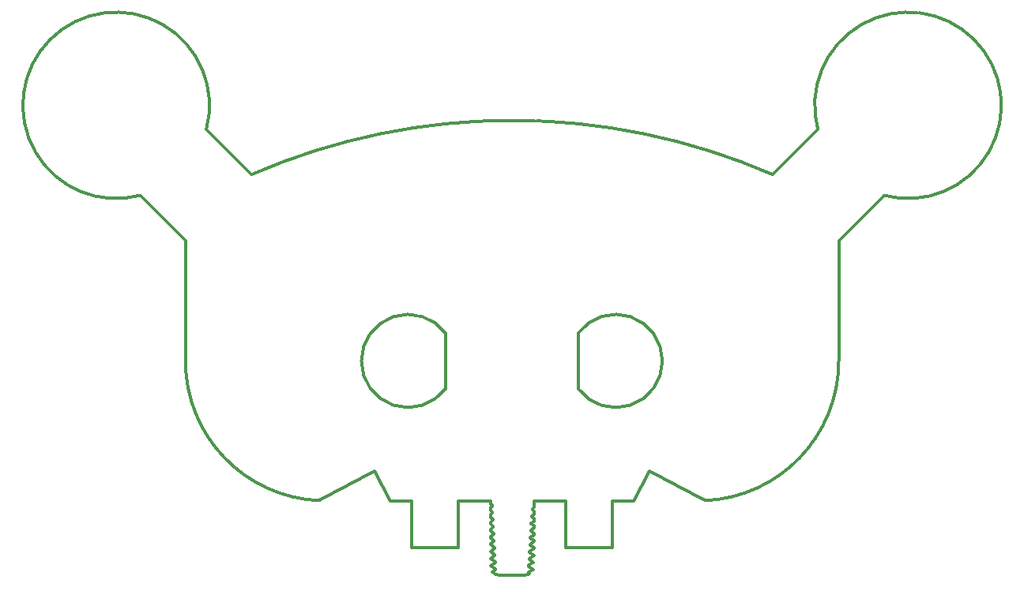
<source format=gbr>
%TF.GenerationSoftware,KiCad,Pcbnew,7.0.1*%
%TF.CreationDate,2023-08-08T22:15:58+07:00*%
%TF.ProjectId,BL706 Robot,424c3730-3620-4526-9f62-6f742e6b6963,rev?*%
%TF.SameCoordinates,Original*%
%TF.FileFunction,Profile,NP*%
%FSLAX46Y46*%
G04 Gerber Fmt 4.6, Leading zero omitted, Abs format (unit mm)*
G04 Created by KiCad (PCBNEW 7.0.1) date 2023-08-08 22:15:58*
%MOMM*%
%LPD*%
G01*
G04 APERTURE LIST*
%TA.AperFunction,Profile*%
%ADD10C,0.350000*%
%TD*%
G04 APERTURE END LIST*
D10*
X186772778Y-146900000D02*
X185071026Y-143720923D01*
X202124997Y-148799033D02*
X202124997Y-149096960D01*
X164800001Y-131899999D02*
G75*
G03*
X179157823Y-146886246I14999999J-1D01*
G01*
X197475003Y-151621374D02*
X197475003Y-151547812D01*
X210570004Y-151900000D02*
X210570004Y-146900000D01*
X197475003Y-149972678D02*
X197772854Y-149764105D01*
X167032849Y-107061789D02*
X171871060Y-111900000D01*
X201628537Y-154763968D02*
X201560483Y-154716315D01*
X232567151Y-107061789D02*
X227728940Y-111900000D01*
X202124997Y-148368506D02*
X201906720Y-148521338D01*
X186772778Y-146900000D02*
X189029995Y-146900000D01*
X197475003Y-152351584D02*
X197475003Y-152335379D01*
X197977612Y-153558585D02*
X197977612Y-153433737D01*
X197475003Y-150891150D02*
X197475003Y-150760245D01*
X205570004Y-146900000D02*
X202124997Y-146900000D01*
X202124997Y-149588095D02*
X201863446Y-149404959D01*
X202034787Y-154259360D02*
X201603756Y-153957556D01*
X202124997Y-150377173D02*
X201820157Y-150163718D01*
X205570004Y-151900000D02*
X210570004Y-151900000D01*
X201603756Y-153832709D02*
X201603756Y-153957556D01*
X201863446Y-149280112D02*
X201863446Y-149404959D01*
X194029995Y-146900000D02*
X194029995Y-151900000D01*
X197475003Y-148397528D02*
X197690945Y-148246313D01*
X220442176Y-146886247D02*
G75*
G03*
X234800000Y-131900000I-642176J14986247D01*
G01*
X202124997Y-149588095D02*
X202124997Y-149825430D01*
X201690320Y-152315176D02*
X201690320Y-152440024D01*
X202124997Y-150553885D02*
X201776883Y-150797644D01*
X197475003Y-150760245D02*
X197813809Y-150523001D01*
X194029995Y-151900000D02*
X189029995Y-151900000D01*
X239638217Y-114132851D02*
G75*
G03*
X232567149Y-107061784I2588183J9659251D01*
G01*
X197475003Y-147240042D02*
X197650006Y-147362570D01*
X202124997Y-148009955D02*
X201949994Y-147887427D01*
X202124997Y-149825430D02*
X201820157Y-150038870D01*
X202078061Y-153500601D02*
X201647030Y-153198782D01*
X202124997Y-151282355D02*
X201733594Y-151556418D01*
X202124997Y-151166251D02*
X202124997Y-151282355D01*
X197545331Y-153861273D02*
X198018567Y-154192648D01*
X197475003Y-152351584D02*
X197936657Y-152674857D01*
X202124997Y-146900000D02*
X202124997Y-147640036D01*
X202034787Y-154259360D02*
X201560483Y-154591483D01*
X197650006Y-147487418D02*
X197650006Y-147362570D01*
X197475003Y-147970267D02*
X197475003Y-147609961D01*
X206899995Y-134900000D02*
G75*
G03*
X206899995Y-128900000I4002905J3000000D01*
G01*
X197936657Y-152799689D02*
X197936657Y-152674857D01*
X197475003Y-152335379D02*
X197895718Y-152040793D01*
X197475003Y-147240042D02*
X197475003Y-146900000D01*
X202124997Y-151166251D02*
X201776883Y-150922491D01*
X212827221Y-146900000D02*
X210570004Y-146900000D01*
X167032851Y-107061783D02*
G75*
G03*
X159961784Y-114132851I-9659251J2588183D01*
G01*
X197475003Y-147970267D02*
X197690945Y-148121481D01*
X201560483Y-154591483D02*
X201560483Y-154716315D01*
X202124997Y-149096960D02*
X201863446Y-149280112D01*
X197475003Y-147609961D02*
X197650006Y-147487418D01*
X202078061Y-153500601D02*
X201603756Y-153832709D01*
X197504376Y-153102377D02*
X197977612Y-153433737D01*
X197475003Y-150160925D02*
X197813809Y-150398154D01*
X202124997Y-148799033D02*
X201906720Y-148646185D01*
X197690945Y-148246313D02*
X197690945Y-148121481D01*
X164800000Y-131900000D02*
X164800000Y-118971060D01*
X214528973Y-143720923D02*
X220442181Y-146886252D01*
X201733594Y-151556418D02*
X201733594Y-151681250D01*
X197504376Y-153102377D02*
X197936657Y-152799689D01*
X202124997Y-150377173D02*
X202124997Y-150553885D01*
X201906720Y-148521338D02*
X201906720Y-148646185D01*
X239638211Y-114132849D02*
X234800000Y-118971060D01*
X198018567Y-154317480D02*
X198018567Y-154192648D01*
X185071026Y-143720923D02*
X179157818Y-146886252D01*
X197731900Y-149005209D02*
X197731900Y-148880362D01*
X234800000Y-131900000D02*
X234800000Y-118971060D01*
X192650005Y-128900000D02*
G75*
G03*
X192650005Y-134900000I-4000005J-3000000D01*
G01*
X197854764Y-151281897D02*
X197854764Y-151157065D01*
X202124997Y-148009955D02*
X202124997Y-148368506D01*
X197475003Y-151547812D02*
X197854764Y-151281897D01*
X197545331Y-153861273D02*
X197977612Y-153558585D01*
X197475003Y-150891150D02*
X197854764Y-151157065D01*
X197475003Y-148700491D02*
X197475003Y-148397528D01*
X197813809Y-150523001D02*
X197813809Y-150398154D01*
X202124997Y-147640036D02*
X201949994Y-147762579D01*
X201124997Y-154899998D02*
G75*
G03*
X201628530Y-154763975I3J999998D01*
G01*
X202121350Y-152741827D02*
X201647030Y-153073950D01*
X197895718Y-152040793D02*
X197895718Y-151915945D01*
X201820157Y-150038870D02*
X201820157Y-150163718D01*
X201949994Y-147762579D02*
X201949994Y-147887427D01*
X197475003Y-150160925D02*
X197475003Y-149972678D01*
X197475003Y-148700491D02*
X197731900Y-148880362D01*
X202124997Y-151955313D02*
X201733594Y-151681250D01*
X227728934Y-111899999D02*
G75*
G03*
X171871068Y-111899998I-27928934J-64187001D01*
G01*
X205570004Y-146900000D02*
X205570004Y-151900000D01*
X197475003Y-149185095D02*
X197731900Y-149005209D01*
X197475003Y-149430701D02*
X197475003Y-149185095D01*
X197704479Y-154537414D02*
G75*
G03*
X198475003Y-154900000I770521J637414D01*
G01*
X197772854Y-149764105D02*
X197772854Y-149639273D01*
X202121350Y-152741827D02*
X201690320Y-152440024D01*
X201124997Y-154900000D02*
X198475003Y-154900000D01*
X202124997Y-152010809D02*
X201690320Y-152315176D01*
X197475003Y-151621374D02*
X197895718Y-151915945D01*
X197704480Y-154537405D02*
X198018567Y-154317480D01*
X206899995Y-134900000D02*
X206899995Y-128900000D01*
X194029995Y-146900000D02*
X197475003Y-146900000D01*
X201647030Y-153073950D02*
X201647030Y-153198782D01*
X192650006Y-134900000D02*
X192650006Y-128900000D01*
X159961789Y-114132849D02*
X164800000Y-118971060D01*
X212827221Y-146900000D02*
X214528973Y-143720923D01*
X201776883Y-150797644D02*
X201776883Y-150922491D01*
X202124997Y-151955313D02*
X202124997Y-152010809D01*
X189029995Y-151900000D02*
X189029995Y-146900000D01*
X197475003Y-149430701D02*
X197772854Y-149639273D01*
M02*

</source>
